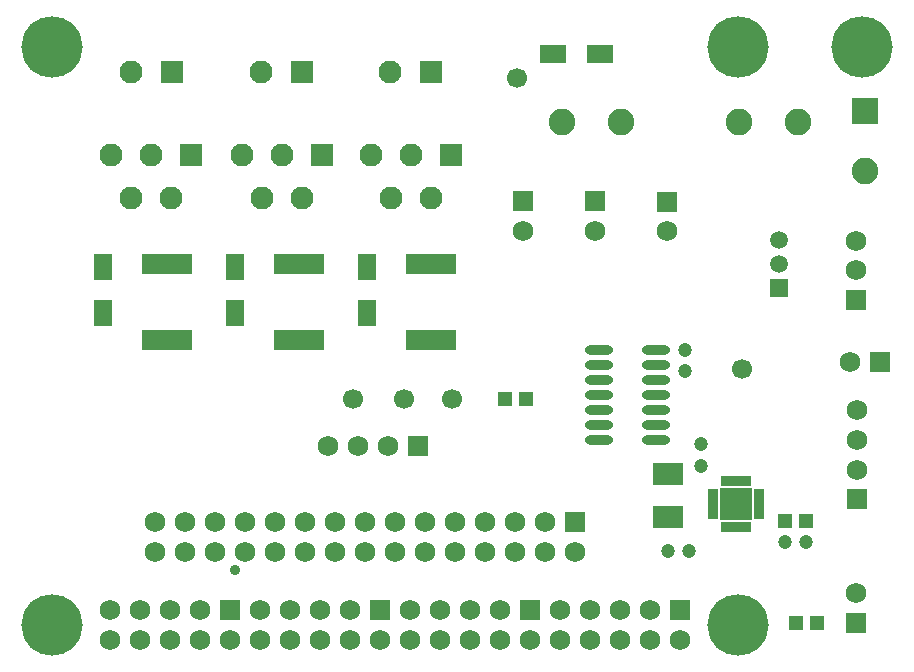
<source format=gts>
%FSTAX23Y23*%
%MOIN*%
%SFA1B1*%

%IPPOS*%
%ADD23C,0.059060*%
%ADD30R,0.068900X0.068900*%
%ADD31C,0.068900*%
%ADD53R,0.106300X0.106300*%
%ADD54R,0.036610X0.019690*%
%ADD55R,0.019690X0.036610*%
%ADD56R,0.062990X0.086610*%
%ADD57R,0.086610X0.062990*%
%ADD58C,0.066930*%
%ADD59R,0.047240X0.047240*%
%ADD60C,0.047240*%
%ADD61R,0.165350X0.070870*%
%ADD62R,0.102360X0.074800*%
%ADD63O,0.094490X0.031500*%
%ADD64R,0.076770X0.076770*%
%ADD65C,0.076770*%
%ADD66R,0.068900X0.068900*%
%ADD67C,0.088580*%
%ADD68R,0.088580X0.088580*%
%ADD69C,0.204720*%
%ADD70R,0.068900X0.067870*%
%ADD71R,0.059060X0.059060*%
%ADD72C,0.035430*%
%LNrpiadapterpcb-1*%
%LPD*%
G54D23*
X0256Y0147D03*
Y01391D03*
G54D30*
X02895Y01065D03*
X02229Y00237D03*
X01229D03*
X00729D03*
X0188Y0053D03*
X01355Y00785D03*
G54D31*
X02795Y01065D03*
X01705Y01501D03*
X01945D03*
X02185Y015D03*
X0282Y00706D03*
Y00805D03*
Y00903D03*
X02815Y00295D03*
X02229Y00137D03*
X02129Y00237D03*
X02029D03*
X02129Y00137D03*
X02029D03*
X01929Y00237D03*
Y00137D03*
X01829Y00237D03*
Y00137D03*
X01729D03*
X01629Y00237D03*
Y00137D03*
X01529Y00237D03*
Y00137D03*
X01429D03*
Y00237D03*
X01329Y00137D03*
Y00237D03*
X01229Y00137D03*
X01129D03*
Y00237D03*
X01029Y00137D03*
Y00237D03*
X00929Y00137D03*
Y00237D03*
X00829Y00137D03*
Y00237D03*
X00729Y00137D03*
X00629Y00237D03*
Y00137D03*
X00529Y00237D03*
Y00137D03*
X00429Y00237D03*
Y00137D03*
X00329Y00237D03*
Y00137D03*
X0048Y0053D03*
Y0043D03*
X0058Y0053D03*
Y0043D03*
X0068Y0053D03*
Y0043D03*
X0078Y0053D03*
Y0043D03*
X0088D03*
Y0053D03*
X0128D03*
Y0043D03*
X0138D03*
Y0053D03*
X0178D03*
X0168D03*
X0148D03*
X0158D03*
Y0043D03*
X0148D03*
X0168D03*
X0178D03*
X0188D03*
X0118D03*
Y0053D03*
X0108Y0043D03*
Y0053D03*
X0098Y0043D03*
Y0053D03*
X02815Y0137D03*
Y01468D03*
X01255Y00785D03*
X01155D03*
X01055D03*
G54D53*
X02415Y00592D03*
G54D54*
X02492Y00631D03*
Y00612D03*
Y00592D03*
Y00572D03*
Y00552D03*
X02338D03*
Y00572D03*
Y00592D03*
Y00612D03*
Y00631D03*
G54D55*
X02455Y00515D03*
X02435D03*
X02415D03*
X02395D03*
X02376D03*
Y00669D03*
X02395D03*
X02415D03*
X02435D03*
X02455D03*
G54D56*
X01185Y01227D03*
Y01382D03*
X00745Y01227D03*
Y01382D03*
X00305Y01227D03*
Y01382D03*
G54D57*
X01807Y0209D03*
X01962D03*
G54D58*
X0147Y0094D03*
X0131D03*
X0114D03*
X02435Y0104D03*
X01685Y0201D03*
G54D59*
X0265Y00535D03*
X02579D03*
X01644Y0094D03*
X01715D03*
X02614Y00195D03*
X02685D03*
G54D60*
X023Y00719D03*
Y0079D03*
X02189Y00435D03*
X0226D03*
X0265Y00465D03*
X02579D03*
X02245Y01105D03*
Y01034D03*
G54D61*
X0052Y0139D03*
Y01139D03*
X0096Y0139D03*
Y01139D03*
X014Y0139D03*
Y01139D03*
G54D62*
X0219Y00692D03*
Y00547D03*
G54D63*
X02149Y00805D03*
Y00855D03*
Y00905D03*
Y00955D03*
Y01005D03*
Y01055D03*
Y01105D03*
X0196Y00805D03*
Y00855D03*
Y00905D03*
Y00955D03*
Y01005D03*
Y01055D03*
Y01105D03*
G54D64*
X014Y0203D03*
X0097D03*
X01465Y01755D03*
X01035D03*
X006D03*
X00535Y0203D03*
G54D65*
X01263Y0203D03*
X00833D03*
X01398Y0161D03*
X01331Y01755D03*
X01265Y0161D03*
X01198Y01755D03*
X00968Y0161D03*
X00901Y01755D03*
X00835Y0161D03*
X00768Y01755D03*
X00533Y0161D03*
X00466Y01755D03*
X004Y0161D03*
X00333Y01755D03*
X00398Y0203D03*
G54D66*
X01705Y016D03*
X01945D03*
X02185Y01598D03*
X0282Y00608D03*
X02815Y00196D03*
Y01271D03*
G54D67*
X02031Y01865D03*
X01834D03*
X02425D03*
X02621D03*
X02845Y017D03*
G54D68*
X02845Y019D03*
G54D69*
X02421Y02116D03*
Y00187D03*
X02834Y02116D03*
X00137D03*
Y00187D03*
G54D70*
X01729Y00237D03*
G54D71*
X0256Y01312D03*
G54D72*
X00745Y0037D03*
M02*
</source>
